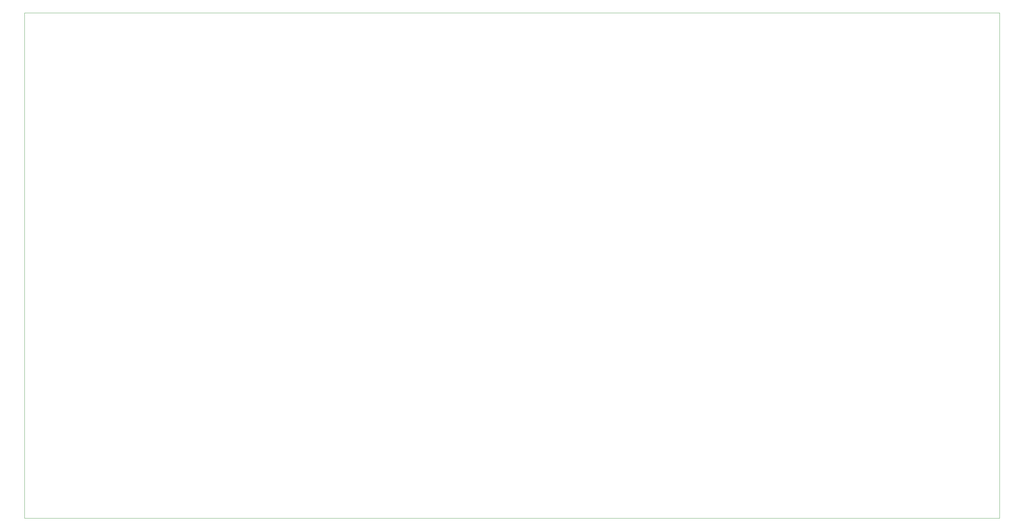
<source format=gbr>
%TF.GenerationSoftware,KiCad,Pcbnew,8.0.4*%
%TF.CreationDate,2024-09-13T09:32:51+02:00*%
%TF.ProjectId,DigiSlatePlus,44696769-536c-4617-9465-506c75732e6b,rev?*%
%TF.SameCoordinates,Original*%
%TF.FileFunction,Profile,NP*%
%FSLAX46Y46*%
G04 Gerber Fmt 4.6, Leading zero omitted, Abs format (unit mm)*
G04 Created by KiCad (PCBNEW 8.0.4) date 2024-09-13 09:32:51*
%MOMM*%
%LPD*%
G01*
G04 APERTURE LIST*
%TA.AperFunction,Profile*%
%ADD10C,0.050000*%
%TD*%
G04 APERTURE END LIST*
D10*
X72000000Y-66000000D02*
X342000000Y-66000000D01*
X342000000Y-206000000D01*
X72000000Y-206000000D01*
X72000000Y-66000000D01*
M02*

</source>
